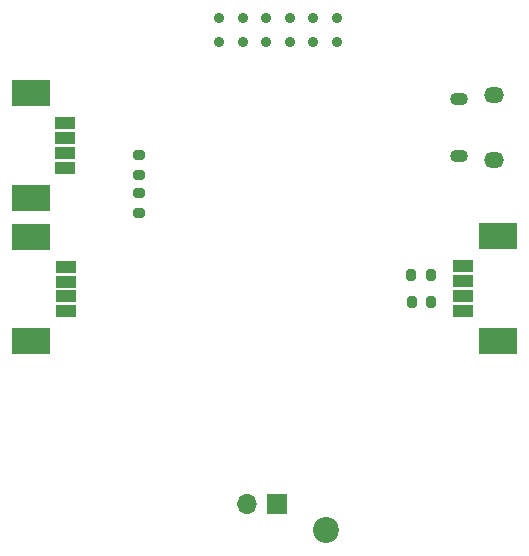
<source format=gbr>
%TF.GenerationSoftware,KiCad,Pcbnew,8.0.2*%
%TF.CreationDate,2024-08-07T22:56:44+12:00*%
%TF.ProjectId,FYP_P2_2,4659505f-5032-45f3-922e-6b696361645f,rev?*%
%TF.SameCoordinates,Original*%
%TF.FileFunction,Soldermask,Bot*%
%TF.FilePolarity,Negative*%
%FSLAX46Y46*%
G04 Gerber Fmt 4.6, Leading zero omitted, Abs format (unit mm)*
G04 Created by KiCad (PCBNEW 8.0.2) date 2024-08-07 22:56:44*
%MOMM*%
%LPD*%
G01*
G04 APERTURE LIST*
G04 Aperture macros list*
%AMRoundRect*
0 Rectangle with rounded corners*
0 $1 Rounding radius*
0 $2 $3 $4 $5 $6 $7 $8 $9 X,Y pos of 4 corners*
0 Add a 4 corners polygon primitive as box body*
4,1,4,$2,$3,$4,$5,$6,$7,$8,$9,$2,$3,0*
0 Add four circle primitives for the rounded corners*
1,1,$1+$1,$2,$3*
1,1,$1+$1,$4,$5*
1,1,$1+$1,$6,$7*
1,1,$1+$1,$8,$9*
0 Add four rect primitives between the rounded corners*
20,1,$1+$1,$2,$3,$4,$5,0*
20,1,$1+$1,$4,$5,$6,$7,0*
20,1,$1+$1,$6,$7,$8,$9,0*
20,1,$1+$1,$8,$9,$2,$3,0*%
G04 Aperture macros list end*
%ADD10C,2.200000*%
%ADD11C,0.900000*%
%ADD12O,1.700000X1.350000*%
%ADD13O,1.500000X1.100000*%
%ADD14RoundRect,0.200000X-0.275000X0.200000X-0.275000X-0.200000X0.275000X-0.200000X0.275000X0.200000X0*%
%ADD15RoundRect,0.076200X-0.800000X0.400000X-0.800000X-0.400000X0.800000X-0.400000X0.800000X0.400000X0*%
%ADD16RoundRect,0.076200X-1.500000X1.050000X-1.500000X-1.050000X1.500000X-1.050000X1.500000X1.050000X0*%
%ADD17RoundRect,0.200000X-0.200000X-0.275000X0.200000X-0.275000X0.200000X0.275000X-0.200000X0.275000X0*%
%ADD18RoundRect,0.076200X0.800000X-0.400000X0.800000X0.400000X-0.800000X0.400000X-0.800000X-0.400000X0*%
%ADD19RoundRect,0.076200X1.500000X-1.050000X1.500000X1.050000X-1.500000X1.050000X-1.500000X-1.050000X0*%
%ADD20R,1.700000X1.700000*%
%ADD21O,1.700000X1.700000*%
%ADD22RoundRect,0.200000X0.275000X-0.200000X0.275000X0.200000X-0.275000X0.200000X-0.275000X-0.200000X0*%
G04 APERTURE END LIST*
D10*
%TO.C,H1*%
X124890000Y-115800000D03*
%TD*%
D11*
%TO.C,*%
X123850000Y-74500000D03*
%TD*%
D12*
%TO.C,J12*%
X139180000Y-84475000D03*
D13*
X136180000Y-84165000D03*
X136180000Y-79325000D03*
D12*
X139180000Y-79015000D03*
%TD*%
D11*
%TO.C,*%
X121850000Y-72500000D03*
%TD*%
%TO.C,*%
X117850000Y-72500000D03*
%TD*%
%TO.C,*%
X119850000Y-72500000D03*
%TD*%
%TO.C,*%
X117850000Y-74500000D03*
%TD*%
%TO.C,*%
X115850000Y-74500000D03*
%TD*%
%TO.C,*%
X119850000Y-74500000D03*
%TD*%
%TO.C,*%
X125850000Y-72500000D03*
%TD*%
%TO.C,*%
X121850000Y-74500000D03*
%TD*%
%TO.C,*%
X115850000Y-72500000D03*
%TD*%
%TO.C,*%
X123850000Y-72500000D03*
%TD*%
%TO.C,*%
X125850000Y-74500000D03*
%TD*%
D14*
%TO.C,R2*%
X109067944Y-87313276D03*
X109067944Y-88963276D03*
%TD*%
D15*
%TO.C,J6*%
X136550000Y-93500000D03*
X136550000Y-94750000D03*
X136550000Y-96000000D03*
X136550000Y-97250000D03*
D16*
X139450000Y-90950000D03*
X139450000Y-99800000D03*
%TD*%
D17*
%TO.C,R7*%
X132160000Y-96475000D03*
X133810000Y-96475000D03*
%TD*%
D18*
%TO.C,J3*%
X102860000Y-85150000D03*
X102860000Y-83900000D03*
X102860000Y-82650000D03*
X102860000Y-81400000D03*
D19*
X99960000Y-87700000D03*
X99960000Y-78850000D03*
%TD*%
D17*
%TO.C,R6*%
X132155000Y-94225000D03*
X133805000Y-94225000D03*
%TD*%
D20*
%TO.C,J8*%
X120740000Y-113650000D03*
D21*
X118200000Y-113650000D03*
%TD*%
D18*
%TO.C,J4*%
X102880000Y-97290000D03*
X102880000Y-96040000D03*
X102880000Y-94790000D03*
X102880000Y-93540000D03*
D19*
X99980000Y-99840000D03*
X99980000Y-90990000D03*
%TD*%
D22*
%TO.C,R4*%
X109082056Y-85726724D03*
X109082056Y-84076724D03*
%TD*%
M02*

</source>
